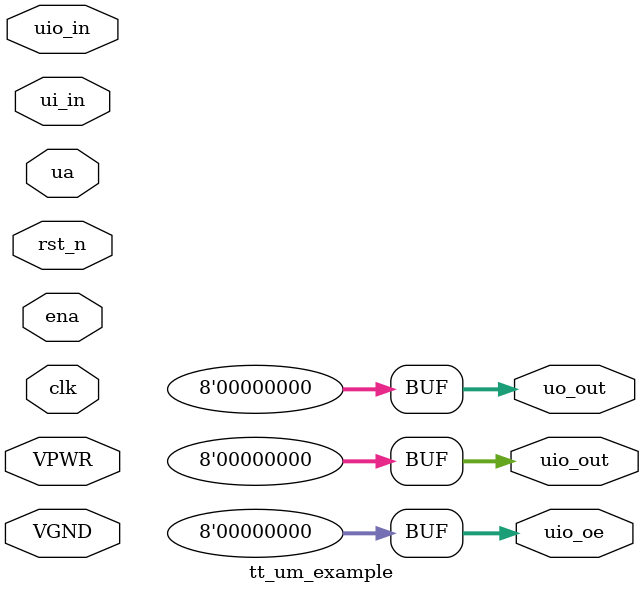
<source format=v>
module tt_um_example(	// file.cleaned.mlir:2:3
  input        VGND,	// file.cleaned.mlir:2:31
               VPWR,	// file.cleaned.mlir:2:46
  input  [7:0] ui_in,	// file.cleaned.mlir:2:61
               uio_in,	// file.cleaned.mlir:2:77
  inout  [7:0] ua,	// file.cleaned.mlir:2:97
  input        ena,	// file.cleaned.mlir:2:110
               clk,	// file.cleaned.mlir:2:124
               rst_n,	// file.cleaned.mlir:2:138
  output [7:0] uo_out,	// file.cleaned.mlir:2:155
               uio_out,	// file.cleaned.mlir:2:172
               uio_oe	// file.cleaned.mlir:2:190
);

  assign uo_out = 8'h0;	// file.cleaned.mlir:3:14, :4:5
  assign uio_out = 8'h0;	// file.cleaned.mlir:3:14, :4:5
  assign uio_oe = 8'h0;	// file.cleaned.mlir:3:14, :4:5
endmodule


</source>
